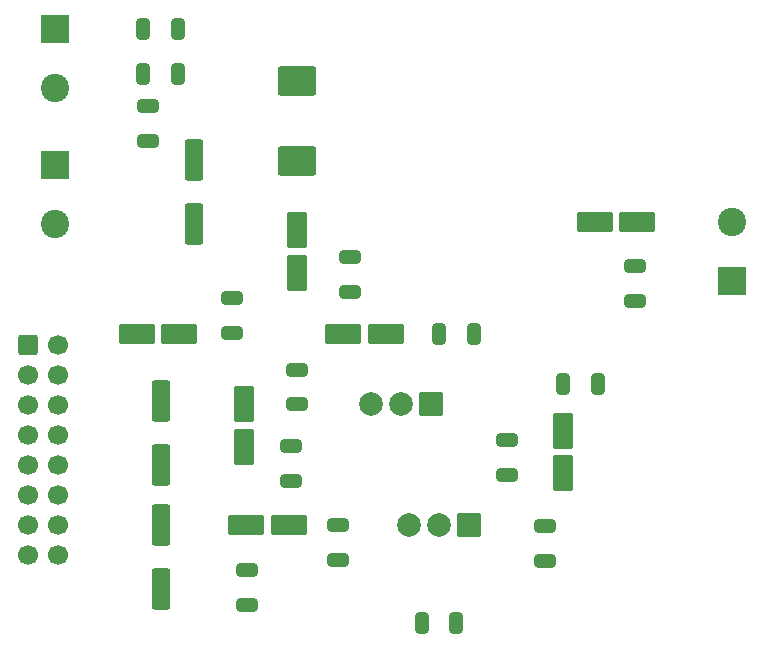
<source format=gbr>
G04 #@! TF.GenerationSoftware,KiCad,Pcbnew,8.0.2*
G04 #@! TF.CreationDate,2024-05-11T11:11:32-04:00*
G04 #@! TF.ProjectId,T41-2_Power,5434312d-325f-4506-9f77-65722e6b6963,rev?*
G04 #@! TF.SameCoordinates,Original*
G04 #@! TF.FileFunction,Soldermask,Top*
G04 #@! TF.FilePolarity,Negative*
%FSLAX46Y46*%
G04 Gerber Fmt 4.6, Leading zero omitted, Abs format (unit mm)*
G04 Created by KiCad (PCBNEW 8.0.2) date 2024-05-11 11:11:32*
%MOMM*%
%LPD*%
G01*
G04 APERTURE LIST*
G04 Aperture macros list*
%AMRoundRect*
0 Rectangle with rounded corners*
0 $1 Rounding radius*
0 $2 $3 $4 $5 $6 $7 $8 $9 X,Y pos of 4 corners*
0 Add a 4 corners polygon primitive as box body*
4,1,4,$2,$3,$4,$5,$6,$7,$8,$9,$2,$3,0*
0 Add four circle primitives for the rounded corners*
1,1,$1+$1,$2,$3*
1,1,$1+$1,$4,$5*
1,1,$1+$1,$6,$7*
1,1,$1+$1,$8,$9*
0 Add four rect primitives between the rounded corners*
20,1,$1+$1,$2,$3,$4,$5,0*
20,1,$1+$1,$4,$5,$6,$7,0*
20,1,$1+$1,$6,$7,$8,$9,0*
20,1,$1+$1,$8,$9,$2,$3,0*%
G04 Aperture macros list end*
%ADD10RoundRect,0.102000X0.900000X0.900000X-0.900000X0.900000X-0.900000X-0.900000X0.900000X-0.900000X0*%
%ADD11C,2.004000*%
%ADD12R,2.400000X2.400000*%
%ADD13C,2.400000*%
%ADD14RoundRect,0.250000X-0.600000X-0.600000X0.600000X-0.600000X0.600000X0.600000X-0.600000X0.600000X0*%
%ADD15C,1.700000*%
%ADD16RoundRect,0.250000X0.650000X-0.325000X0.650000X0.325000X-0.650000X0.325000X-0.650000X-0.325000X0*%
%ADD17RoundRect,0.250000X-0.650000X0.325000X-0.650000X-0.325000X0.650000X-0.325000X0.650000X0.325000X0*%
%ADD18RoundRect,0.250000X0.550000X-1.500000X0.550000X1.500000X-0.550000X1.500000X-0.550000X-1.500000X0*%
%ADD19RoundRect,0.250000X0.325000X0.650000X-0.325000X0.650000X-0.325000X-0.650000X0.325000X-0.650000X0*%
%ADD20RoundRect,0.102000X1.385000X0.735000X-1.385000X0.735000X-1.385000X-0.735000X1.385000X-0.735000X0*%
%ADD21RoundRect,0.250000X1.400000X1.000000X-1.400000X1.000000X-1.400000X-1.000000X1.400000X-1.000000X0*%
%ADD22RoundRect,0.102000X-0.735000X1.385000X-0.735000X-1.385000X0.735000X-1.385000X0.735000X1.385000X0*%
%ADD23RoundRect,0.250000X-0.550000X1.500000X-0.550000X-1.500000X0.550000X-1.500000X0.550000X1.500000X0*%
%ADD24RoundRect,0.102000X-1.385000X-0.735000X1.385000X-0.735000X1.385000X0.735000X-1.385000X0.735000X0*%
G04 APERTURE END LIST*
D10*
X138100000Y-102250000D03*
D11*
X135560000Y-102250000D03*
X133020000Y-102250000D03*
D10*
X141280000Y-112450000D03*
D11*
X138740000Y-112450000D03*
X136200000Y-112450000D03*
D12*
X106250000Y-70500000D03*
D13*
X106250000Y-75500000D03*
D14*
X104000000Y-97220000D03*
D15*
X106540000Y-97220000D03*
X104000000Y-99760000D03*
X106540000Y-99760000D03*
X104000000Y-102300000D03*
X106540000Y-102300000D03*
X104000000Y-104840000D03*
X106540000Y-104840000D03*
X104000000Y-107380000D03*
X106540000Y-107380000D03*
X104000000Y-109920000D03*
X106540000Y-109920000D03*
X104000000Y-112460000D03*
X106540000Y-112460000D03*
X104000000Y-115000000D03*
X106540000Y-115000000D03*
D16*
X122500000Y-119200000D03*
X122500000Y-116250000D03*
D17*
X126750000Y-99300000D03*
X126750000Y-102250000D03*
D18*
X115250000Y-107400000D03*
X115250000Y-102000000D03*
D19*
X140250000Y-120750000D03*
X137300000Y-120750000D03*
X116700000Y-74300000D03*
X113750000Y-74300000D03*
X152225000Y-100500000D03*
X149275000Y-100500000D03*
D20*
X155550000Y-86800000D03*
X151970000Y-86800000D03*
D21*
X126750000Y-81650000D03*
X126750000Y-74850000D03*
D22*
X122250000Y-102250000D03*
X122250000Y-105830000D03*
D12*
X106250000Y-82000000D03*
D13*
X106250000Y-87000000D03*
D23*
X118000000Y-81550000D03*
X118000000Y-86950000D03*
X115250000Y-112500000D03*
X115250000Y-117900000D03*
D17*
X131250000Y-89750000D03*
X131250000Y-92700000D03*
D16*
X130250000Y-115450000D03*
X130250000Y-112500000D03*
X147750000Y-115475000D03*
X147750000Y-112525000D03*
D22*
X126750000Y-87510000D03*
X126750000Y-91090000D03*
D20*
X126040000Y-112500000D03*
X122460000Y-112500000D03*
D24*
X113170000Y-96250000D03*
X116750000Y-96250000D03*
D17*
X114100000Y-77025000D03*
X114100000Y-79975000D03*
D24*
X130670000Y-96250000D03*
X134250000Y-96250000D03*
D17*
X121250000Y-93275000D03*
X121250000Y-96225000D03*
D19*
X116700000Y-70500000D03*
X113750000Y-70500000D03*
D16*
X155350000Y-93500000D03*
X155350000Y-90550000D03*
D22*
X149250000Y-104460000D03*
X149250000Y-108040000D03*
D16*
X126250000Y-108725000D03*
X126250000Y-105775000D03*
D17*
X144500000Y-105300000D03*
X144500000Y-108250000D03*
D12*
X163550000Y-91800000D03*
D13*
X163550000Y-86800000D03*
D19*
X141700000Y-96250000D03*
X138750000Y-96250000D03*
M02*

</source>
